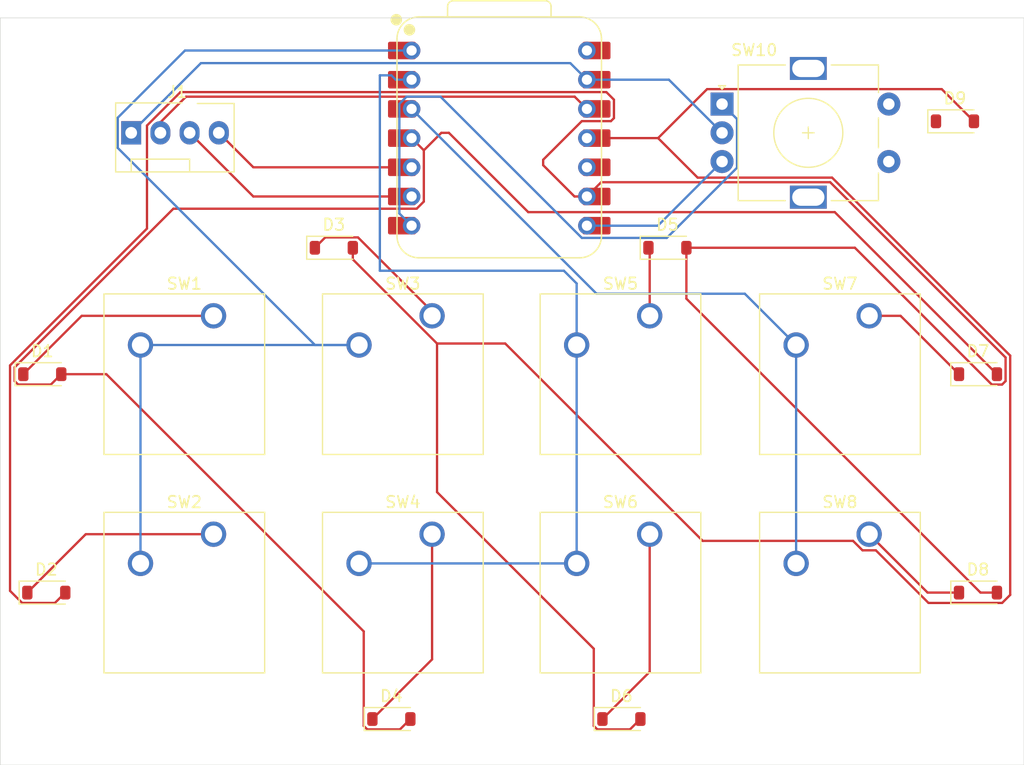
<source format=kicad_pcb>
(kicad_pcb (version 20241229) (generator "pcbnew") (generator_version "9.0")
  (layers (0 "F.Cu" signal) (2 "B.Cu" signal) (13 "F.Paste" user) (15 "B.Paste" user) (5 "F.SilkS" user "F.Silkscreen") (7 "B.SilkS" user "B.Silkscreen") (1 "F.Mask" user) (3 "B.Mask" user) (25 "Edge.Cuts" user))
  (net 0 "")
  (net 1 "/COL0")
  (net 2 "Net-(D1-K)")
  (net 3 "/COL1")
  (net 4 "Net-(D2-K)")
  (net 5 "Net-(D3-K)")
  (net 6 "/COL2")
  (net 7 "Net-(D4-K)")
  (net 8 "Net-(D5-K)")
  (net 9 "Net-(D6-K)")
  (net 10 "Net-(D7-K)")
  (net 11 "Net-(D8-K)")
  (net 12 "Net-(D9-K)")
  (net 13 "/SDA")
  (net 14 "+3.3V")
  (net 15 "/SCL")
  (net 16 "GND")
  (net 17 "/ROW0")
  (net 18 "/ROW1")
  (net 19 "/ROW2")
  (net 20 "/ENC_B")
  (net 22 "/ENC_A")
  (net 25 "+5V")
  (footprint "Button_Switch_Keyboard:SW_Cherry_MX_1.00u_PCB" (layer "F.Cu") (at 144.54 110.92)
    (property "Reference" "SW1" (at -2.54 -2.794 0) (layer "F.SilkS"))
    (property "Value" "SW_Push")
    (fp_line (start -9.525 -1.905) (end 4.445 -1.905) (stroke (width 0.12)) (layer "F.SilkS"))
    (fp_line (start -9.525 12.065) (end -9.525 -1.905) (stroke (width 0.12)) (layer "F.SilkS"))
    (fp_line (start 4.445 -1.905) (end 4.445 12.065) (stroke (width 0.12)) (layer "F.SilkS"))
    (fp_line (start 4.445 12.065) (end -9.525 12.065) (stroke (width 0.12)) (layer "F.SilkS"))
    (pad "" np_thru_hole circle (at -7.62 5.08) (size 1.7 1.7) (drill 1.7) (layers "*.Cu" "*.Mask"))
    (pad "" np_thru_hole circle (at -2.54 5.08) (size 4 4) (drill 4) (layers "*.Cu" "*.Mask"))
    (pad "" np_thru_hole circle (at 2.54 5.08) (size 1.7 1.7) (drill 1.7) (layers "*.Cu" "*.Mask"))
    (pad "1" thru_hole circle (at 0 0) (size 2.2 2.2) (drill 1.5) (layers "*.Cu" "*.Mask") (net 2 "Net-(D1-K)"))
    (pad "2" thru_hole circle (at -6.35 2.54) (size 2.2 2.2) (drill 1.5) (layers "*.Cu" "*.Mask") (net 17 "/ROW0"))
  )
  (footprint "Button_Switch_Keyboard:SW_Cherry_MX_1.00u_PCB" (layer "F.Cu") (at 144.54 129.92)
    (property "Reference" "SW2" (at -2.54 -2.794 0) (layer "F.SilkS"))
    (property "Value" "SW_Push")
    (fp_line (start -9.525 -1.905) (end 4.445 -1.905) (stroke (width 0.12)) (layer "F.SilkS"))
    (fp_line (start -9.525 12.065) (end -9.525 -1.905) (stroke (width 0.12)) (layer "F.SilkS"))
    (fp_line (start 4.445 -1.905) (end 4.445 12.065) (stroke (width 0.12)) (layer "F.SilkS"))
    (fp_line (start 4.445 12.065) (end -9.525 12.065) (stroke (width 0.12)) (layer "F.SilkS"))
    (pad "" np_thru_hole circle (at -7.62 5.08) (size 1.7 1.7) (drill 1.7) (layers "*.Cu" "*.Mask"))
    (pad "" np_thru_hole circle (at -2.54 5.08) (size 4 4) (drill 4) (layers "*.Cu" "*.Mask"))
    (pad "" np_thru_hole circle (at 2.54 5.08) (size 1.7 1.7) (drill 1.7) (layers "*.Cu" "*.Mask"))
    (pad "1" thru_hole circle (at 0 0) (size 2.2 2.2) (drill 1.5) (layers "*.Cu" "*.Mask") (net 4 "Net-(D2-K)"))
    (pad "2" thru_hole circle (at -6.35 2.54) (size 2.2 2.2) (drill 1.5) (layers "*.Cu" "*.Mask") (net 17 "/ROW0"))
  )
  (footprint "Button_Switch_Keyboard:SW_Cherry_MX_1.00u_PCB" (layer "F.Cu") (at 201.54 110.92)
    (property "Reference" "SW7" (at -2.54 -2.794 0) (layer "F.SilkS"))
    (property "Value" "SW_Push")
    (fp_line (start -9.525 -1.905) (end 4.445 -1.905) (stroke (width 0.12)) (layer "F.SilkS"))
    (fp_line (start -9.525 12.065) (end -9.525 -1.905) (stroke (width 0.12)) (layer "F.SilkS"))
    (fp_line (start 4.445 -1.905) (end 4.445 12.065) (stroke (width 0.12)) (layer "F.SilkS"))
    (fp_line (start 4.445 12.065) (end -9.525 12.065) (stroke (width 0.12)) (layer "F.SilkS"))
    (pad "" np_thru_hole circle (at -7.62 5.08) (size 1.7 1.7) (drill 1.7) (layers "*.Cu" "*.Mask"))
    (pad "" np_thru_hole circle (at -2.54 5.08) (size 4 4) (drill 4) (layers "*.Cu" "*.Mask"))
    (pad "" np_thru_hole circle (at 2.54 5.08) (size 1.7 1.7) (drill 1.7) (layers "*.Cu" "*.Mask"))
    (pad "1" thru_hole circle (at 0 0) (size 2.2 2.2) (drill 1.5) (layers "*.Cu" "*.Mask") (net 10 "Net-(D7-K)"))
    (pad "2" thru_hole circle (at -6.35 2.54) (size 2.2 2.2) (drill 1.5) (layers "*.Cu" "*.Mask") (net 19 "/ROW2"))
  )
  (footprint "Button_Switch_Keyboard:SW_Cherry_MX_1.00u_PCB" (layer "F.Cu") (at 163.54 129.92)
    (property "Reference" "SW4" (at -2.54 -2.794 0) (layer "F.SilkS"))
    (property "Value" "SW_Push")
    (fp_line (start -9.525 -1.905) (end 4.445 -1.905) (stroke (width 0.12)) (layer "F.SilkS"))
    (fp_line (start -9.525 12.065) (end -9.525 -1.905) (stroke (width 0.12)) (layer "F.SilkS"))
    (fp_line (start 4.445 -1.905) (end 4.445 12.065) (stroke (width 0.12)) (layer "F.SilkS"))
    (fp_line (start 4.445 12.065) (end -9.525 12.065) (stroke (width 0.12)) (layer "F.SilkS"))
    (pad "" np_thru_hole circle (at -7.62 5.08) (size 1.7 1.7) (drill 1.7) (layers "*.Cu" "*.Mask"))
    (pad "" np_thru_hole circle (at -2.54 5.08) (size 4 4) (drill 4) (layers "*.Cu" "*.Mask"))
    (pad "" np_thru_hole circle (at 2.54 5.08) (size 1.7 1.7) (drill 1.7) (layers "*.Cu" "*.Mask"))
    (pad "1" thru_hole circle (at 0 0) (size 2.2 2.2) (drill 1.5) (layers "*.Cu" "*.Mask") (net 7 "Net-(D4-K)"))
    (pad "2" thru_hole circle (at -6.35 2.54) (size 2.2 2.2) (drill 1.5) (layers "*.Cu" "*.Mask") (net 18 "/ROW1"))
  )
  (footprint "Diode_SMD:D_SOD-123" (layer "F.Cu") (at 209 94)
    (property "Reference" "D9" (at 0 -2 0) (layer "F.SilkS"))
    (property "Value" "D_Small")
    (fp_line (start -2.36 -1) (end -2.36 1) (stroke (width 0.12)) (layer "F.SilkS"))
    (fp_line (start -2.36 -1) (end 1.65 -1) (stroke (width 0.12)) (layer "F.SilkS"))
    (fp_line (start -2.36 1) (end 1.65 1) (stroke (width 0.12)) (layer "F.SilkS"))
    (pad "1" smd roundrect (at -1.65 0) (size 0.9 1.2) (layers "F.Cu" "F.Mask" "F.Paste") (net 12 "Net-(D9-K)"))
    (pad "2" smd roundrect (at 1.65 0) (size 0.9 1.2) (layers "F.Cu" "F.Mask" "F.Paste") (net 6 "/COL2"))
  )
  (footprint "Diode_SMD:D_SOD-123" (layer "F.Cu") (at 130 135)
    (property "Reference" "D2" (at 0 -2 0) (layer "F.SilkS"))
    (property "Value" "D_Small")
    (fp_line (start -2.36 -1) (end -2.36 1) (stroke (width 0.12)) (layer "F.SilkS"))
    (fp_line (start -2.36 -1) (end 1.65 -1) (stroke (width 0.12)) (layer "F.SilkS"))
    (fp_line (start -2.36 1) (end 1.65 1) (stroke (width 0.12)) (layer "F.SilkS"))
    (pad "1" smd roundrect (at -1.65 0) (size 0.9 1.2) (layers "F.Cu" "F.Mask" "F.Paste") (net 4 "Net-(D2-K)"))
    (pad "2" smd roundrect (at 1.65 0) (size 0.9 1.2) (layers "F.Cu" "F.Mask" "F.Paste") (net 3 "/COL1"))
  )
  (footprint "Button_Switch_Keyboard:SW_Cherry_MX_1.00u_PCB" (layer "F.Cu") (at 163.54 110.92)
    (property "Reference" "SW3" (at -2.54 -2.794 0) (layer "F.SilkS"))
    (property "Value" "SW_Push")
    (fp_line (start -9.525 -1.905) (end 4.445 -1.905) (stroke (width 0.12)) (layer "F.SilkS"))
    (fp_line (start -9.525 12.065) (end -9.525 -1.905) (stroke (width 0.12)) (layer "F.SilkS"))
    (fp_line (start 4.445 -1.905) (end 4.445 12.065) (stroke (width 0.12)) (layer "F.SilkS"))
    (fp_line (start 4.445 12.065) (end -9.525 12.065) (stroke (width 0.12)) (layer "F.SilkS"))
    (pad "" np_thru_hole circle (at -7.62 5.08) (size 1.7 1.7) (drill 1.7) (layers "*.Cu" "*.Mask"))
    (pad "" np_thru_hole circle (at -2.54 5.08) (size 4 4) (drill 4) (layers "*.Cu" "*.Mask"))
    (pad "" np_thru_hole circle (at 2.54 5.08) (size 1.7 1.7) (drill 1.7) (layers "*.Cu" "*.Mask"))
    (pad "1" thru_hole circle (at 0 0) (size 2.2 2.2) (drill 1.5) (layers "*.Cu" "*.Mask") (net 5 "Net-(D3-K)"))
    (pad "2" thru_hole circle (at -6.35 2.54) (size 2.2 2.2) (drill 1.5) (layers "*.Cu" "*.Mask") (net 17 "/ROW0"))
  )
  (footprint "Diode_SMD:D_SOD-123" (layer "F.Cu") (at 129.65 116)
    (property "Reference" "D1" (at 0 -2 0) (layer "F.SilkS"))
    (property "Value" "D_Small")
    (fp_line (start -2.36 -1) (end -2.36 1) (stroke (width 0.12)) (layer "F.SilkS"))
    (fp_line (start -2.36 -1) (end 1.65 -1) (stroke (width 0.12)) (layer "F.SilkS"))
    (fp_line (start -2.36 1) (end 1.65 1) (stroke (width 0.12)) (layer "F.SilkS"))
    (pad "1" smd roundrect (at -1.65 0) (size 0.9 1.2) (layers "F.Cu" "F.Mask" "F.Paste") (net 2 "Net-(D1-K)"))
    (pad "2" smd roundrect (at 1.65 0) (size 0.9 1.2) (layers "F.Cu" "F.Mask" "F.Paste") (net 1 "/COL0"))
  )
  (footprint "Diode_SMD:D_SOD-123" (layer "F.Cu") (at 180 146)
    (property "Reference" "D6" (at 0 -2 0) (layer "F.SilkS"))
    (property "Value" "D_Small")
    (fp_line (start -2.36 -1) (end -2.36 1) (stroke (width 0.12)) (layer "F.SilkS"))
    (fp_line (start -2.36 -1) (end 1.65 -1) (stroke (width 0.12)) (layer "F.SilkS"))
    (fp_line (start -2.36 1) (end 1.65 1) (stroke (width 0.12)) (layer "F.SilkS"))
    (pad "1" smd roundrect (at -1.65 0) (size 0.9 1.2) (layers "F.Cu" "F.Mask" "F.Paste") (net 9 "Net-(D6-K)"))
    (pad "2" smd roundrect (at 1.65 0) (size 0.9 1.2) (layers "F.Cu" "F.Mask" "F.Paste") (net 6 "/COL2"))
  )
  (footprint "Diode_SMD:D_SOD-123" (layer "F.Cu") (at 160 146)
    (property "Reference" "D4" (at 0 -2 0) (layer "F.SilkS"))
    (property "Value" "D_Small")
    (fp_line (start -2.36 -1) (end -2.36 1) (stroke (width 0.12)) (layer "F.SilkS"))
    (fp_line (start -2.36 -1) (end 1.65 -1) (stroke (width 0.12)) (layer "F.SilkS"))
    (fp_line (start -2.36 1) (end 1.65 1) (stroke (width 0.12)) (layer "F.SilkS"))
    (pad "1" smd roundrect (at -1.65 0) (size 0.9 1.2) (layers "F.Cu" "F.Mask" "F.Paste") (net 7 "Net-(D4-K)"))
    (pad "2" smd roundrect (at 1.65 0) (size 0.9 1.2) (layers "F.Cu" "F.Mask" "F.Paste") (net 1 "/COL0"))
  )
  (footprint "Diode_SMD:D_SOD-123" (layer "F.Cu") (at 184 105)
    (property "Reference" "D5" (at 0 -2 0) (layer "F.SilkS"))
    (property "Value" "D_Small")
    (fp_line (start -2.36 -1) (end -2.36 1) (stroke (width 0.12)) (layer "F.SilkS"))
    (fp_line (start -2.36 -1) (end 1.65 -1) (stroke (width 0.12)) (layer "F.SilkS"))
    (fp_line (start -2.36 1) (end 1.65 1) (stroke (width 0.12)) (layer "F.SilkS"))
    (pad "1" smd roundrect (at -1.65 0) (size 0.9 1.2) (layers "F.Cu" "F.Mask" "F.Paste") (net 8 "Net-(D5-K)"))
    (pad "2" smd roundrect (at 1.65 0) (size 0.9 1.2) (layers "F.Cu" "F.Mask" "F.Paste") (net 3 "/COL1"))
  )
  (footprint "Diode_SMD:D_SOD-123" (layer "F.Cu") (at 211 135)
    (property "Reference" "D8" (at 0 -2 0) (layer "F.SilkS"))
    (property "Value" "D_Small")
    (fp_line (start -2.36 -1) (end -2.36 1) (stroke (width 0.12)) (layer "F.SilkS"))
    (fp_line (start -2.36 -1) (end 1.65 -1) (stroke (width 0.12)) (layer "F.SilkS"))
    (fp_line (start -2.36 1) (end 1.65 1) (stroke (width 0.12)) (layer "F.SilkS"))
    (pad "1" smd roundrect (at -1.65 0) (size 0.9 1.2) (layers "F.Cu" "F.Mask" "F.Paste") (net 11 "Net-(D8-K)"))
    (pad "2" smd roundrect (at 1.65 0) (size 0.9 1.2) (layers "F.Cu" "F.Mask" "F.Paste") (net 3 "/COL1"))
  )
  (footprint "Connector:FanPinHeader_1x04_P2.54mm_Vertical" (layer "F.Cu") (at 137.38 95)
    (property "Reference" "J1" (at 4 -3.55 0) (layer "F.SilkS"))
    (property "Value" "Conn_01x04")
    (fp_line (start -1.35 -2.6) (end 4.4 -2.6) (stroke (width 0.12)) (layer "F.SilkS"))
    (fp_line (start -1.35 3.4) (end -1.35 -2.6) (stroke (width 0.12)) (layer "F.SilkS"))
    (fp_line (start 0 2.29) (end 5.08 2.29) (stroke (width 0.12)) (layer "F.SilkS"))
    (fp_line (start 0 3.3) (end 0 2.29) (stroke (width 0.12)) (layer "F.SilkS"))
    (fp_line (start 5.08 2.29) (end 5.08 3.3) (stroke (width 0.12)) (layer "F.SilkS"))
    (fp_line (start 5.75 -2.55) (end 8.95 -2.55) (stroke (width 0.12)) (layer "F.SilkS"))
    (fp_line (start 8.95 -2.55) (end 8.95 3.4) (stroke (width 0.12)) (layer "F.SilkS"))
    (fp_line (start 8.95 3.4) (end -1.35 3.4) (stroke (width 0.12)) (layer "F.SilkS"))
    (pad "" np_thru_hole circle (at 5.08 -2.16 90) (size 1.1 1.1) (drill 1.1) (layers "*.Cu" "*.Mask"))
    (pad "1" thru_hole rect (at 0 0 90) (size 2.03 1.73) (drill 1.02) (layers "*.Cu" "*.Mask") (net 16 "GND"))
    (pad "2" thru_hole oval (at 2.54 0 90) (size 2.03 1.73) (drill 1.02) (layers "*.Cu" "*.Mask") (net 14 "+3.3V"))
    (pad "3" thru_hole oval (at 5.08 0 90) (size 2.03 1.73) (drill 1.02) (layers "*.Cu" "*.Mask") (net 15 "/SCL"))
    (pad "4" thru_hole oval (at 7.62 0 90) (size 2.03 1.73) (drill 1.02) (layers "*.Cu" "*.Mask") (net 13 "/SDA"))
  )
  (footprint "Button_Switch_Keyboard:SW_Cherry_MX_1.00u_PCB" (layer "F.Cu") (at 182.46 110.92)
    (property "Reference" "SW5" (at -2.54 -2.794 0) (layer "F.SilkS"))
    (property "Value" "SW_Push")
    (fp_line (start -9.525 -1.905) (end 4.445 -1.905) (stroke (width 0.12)) (layer "F.SilkS"))
    (fp_line (start -9.525 12.065) (end -9.525 -1.905) (stroke (width 0.12)) (layer "F.SilkS"))
    (fp_line (start 4.445 -1.905) (end 4.445 12.065) (stroke (width 0.12)) (layer "F.SilkS"))
    (fp_line (start 4.445 12.065) (end -9.525 12.065) (stroke (width 0.12)) (layer "F.SilkS"))
    (pad "" np_thru_hole circle (at -7.62 5.08) (size 1.7 1.7) (drill 1.7) (layers "*.Cu" "*.Mask"))
    (pad "" np_thru_hole circle (at -2.54 5.08) (size 4 4) (drill 4) (layers "*.Cu" "*.Mask"))
    (pad "" np_thru_hole circle (at 2.54 5.08) (size 1.7 1.7) (drill 1.7) (layers "*.Cu" "*.Mask"))
    (pad "1" thru_hole circle (at 0 0) (size 2.2 2.2) (drill 1.5) (layers "*.Cu" "*.Mask") (net 8 "Net-(D5-K)"))
    (pad "2" thru_hole circle (at -6.35 2.54) (size 2.2 2.2) (drill 1.5) (layers "*.Cu" "*.Mask") (net 18 "/ROW1"))
  )
  (footprint "Seeed Studio XIAO Series Library:XIAO-RP2040-DIP" (layer "F.Cu") (at 169.38 95.46)
    (property "Reference" "U1" (hide yes))
    (property "Value" "XIAO-RP2040-DIP")
    (fp_line (start -8.89 8.509) (end -8.89 -8.636) (stroke (width 0.127)) (layer "F.SilkS"))
    (fp_line (start -6.985 10.414) (end 6.985 10.414) (stroke (width 0.127)) (layer "F.SilkS"))
    (fp_line (start -4.495 -10.541) (end -4.491272 -11.451272) (stroke (width 0.127)) (layer "F.SilkS"))
    (fp_line (start -3.991272 -11.951) (end 4.004 -11.951) (stroke (width 0.127)) (layer "F.SilkS"))
    (fp_line (start 4.504 -11.451) (end 4.504 -10.541) (stroke (width 0.127)) (layer "F.SilkS"))
    (fp_line (start 6.985 -10.541) (end -6.985 -10.541) (stroke (width 0.1)) (layer "F.SilkS"))
    (fp_line (start 6.985 -10.541) (end -6.985 -10.541) (stroke (width 0.127)) (layer "F.SilkS"))
    (fp_line (start 8.89 8.509) (end 8.89 -8.636) (stroke (width 0.127)) (layer "F.SilkS"))
    (fp_arc (start -8.89 -8.636) (mid -8.332038 -9.983038) (end -6.985 -10.541) (stroke (width 0.127)) (layer "F.SilkS"))
    (fp_arc (start -6.985 10.414) (mid -8.332038 9.856038) (end -8.89 8.509) (stroke (width 0.127)) (layer "F.SilkS"))
    (fp_arc (start -4.491272 -11.451272) (mid -4.344728 -11.80464) (end -3.991272 -11.951) (stroke (width 0.127)) (layer "F.SilkS"))
    (fp_arc (start 4.004 -11.951) (mid 4.357553 -11.804553) (end 4.504 -11.451) (stroke (width 0.127)) (layer "F.SilkS"))
    (fp_arc (start 6.985 -10.541) (mid 8.332038 -9.983038) (end 8.89 -8.636) (stroke (width 0.127)) (layer "F.SilkS"))
    (fp_arc (start 8.89 8.509) (mid 8.332038 9.856038) (end 6.985 10.414) (stroke (width 0.127)) (layer "F.SilkS"))
    (fp_circle (center -8.95 -10.3) (end -8.95 -10.554) (stroke (width 0.5)) (fill yes) (layer "F.SilkS"))
    (fp_circle (center -7.807 -9.42) (end -7.807 -9.674) (stroke (width 0.5)) (fill yes) (layer "F.SilkS"))
    (pad "1" smd roundrect (at -8.455 -7.62 180) (size 2.432 1.524) (layers "F.Cu" "F.Mask") (roundrect_rratio 0.1) (net 17 "/ROW0"))
    (pad "1" thru_hole circle (at -7.62 -7.62 180) (size 1.524 1.524) (drill 0.889) (layers "*.Cu" "*.Mask") (net 17 "/ROW0"))
    (pad "2" smd roundrect (at -8.455 -5.08 180) (size 2.432 1.524) (layers "F.Cu" "F.Mask") (roundrect_rratio 0.1) (net 18 "/ROW1"))
    (pad "2" thru_hole circle (at -7.62 -5.08 180) (size 1.524 1.524) (drill 0.889) (layers "*.Cu" "*.Mask") (net 18 "/ROW1"))
    (pad "3" smd roundrect (at -8.455 -2.54 180) (size 2.432 1.524) (layers "F.Cu" "F.Mask") (roundrect_rratio 0.1) (net 19 "/ROW2"))
    (pad "3" thru_hole circle (at -7.62 -2.54 180) (size 1.524 1.524) (drill 0.889) (layers "*.Cu" "*.Mask") (net 19 "/ROW2"))
    (pad "4" smd roundrect (at -8.455 0 180) (size 2.432 1.524) (layers "F.Cu" "F.Mask") (roundrect_rratio 0.1) (net 1 "/COL0"))
    (pad "4" thru_hole circle (at -7.62 0 180) (size 1.524 1.524) (drill 0.889) (layers "*.Cu" "*.Mask") (net 1 "/COL0"))
    (pad "5" smd roundrect (at -8.455 2.54 180) (size 2.432 1.524) (layers "F.Cu" "F.Mask") (roundrect_rratio 0.1) (net 13 "/SDA"))
    (pad "5" thru_hole circle (at -7.62 2.54 180) (size 1.524 1.524) (drill 0.889) (layers "*.Cu" "*.Mask") (net 13 "/SDA"))
    (pad "6" smd roundrect (at -8.455 5.08 180) (size 2.432 1.524) (layers "F.Cu" "F.Mask") (roundrect_rratio 0.1) (net 15 "/SCL"))
    (pad "6" thru_hole circle (at -7.62 5.08 180) (size 1.524 1.524) (drill 0.889) (layers "*.Cu" "*.Mask") (net 15 "/SCL"))
    (pad "7" smd roundrect (at -8.455 7.62 180) (size 2.432 1.524) (layers "F.Cu" "F.Mask") (roundrect_rratio 0.1) (net 22 "/ENC_A"))
    (pad "7" thru_hole circle (at -7.62 7.62 180) (size 1.524 1.524) (drill 0.889) (layers "*.Cu" "*.Mask") (net 22 "/ENC_A"))
    (pad "8" thru_hole circle (at 7.62 7.62) (size 1.524 1.524) (drill 0.889) (layers "*.Cu" "*.Mask") (net 20 "/ENC_B"))
    (pad "8" smd roundrect (at 8.455 7.62) (size 2.432 1.524) (layers "F.Cu" "F.Mask") (roundrect_rratio 0.1) (net 20 "/ENC_B"))
    (pad "9" thru_hole circle (at 7.62 5.08) (size 1.524 1.524) (drill 0.889) (layers "*.Cu" "*.Mask") (net 3 "/COL1"))
    (pad "9" smd roundrect (at 8.455 5.08) (size 2.432 1.524) (layers "F.Cu" "F.Mask") (roundrect_rratio 0.1) (net 3 "/COL1"))
    (pad "10" thru_hole circle (at 7.62 2.54) (size 1.524 1.524) (drill 0.889) (layers "*.Cu" "*.Mask"))
    (pad "10" smd roundrect (at 8.455 2.54) (size 2.432 1.524) (layers "F.Cu" "F.Mask") (roundrect_rratio 0.1))
    (pad "11" thru_hole circle (at 7.62 0) (size 1.524 1.524) (drill 0.889) (layers "*.Cu" "*.Mask") (net 6 "/COL2"))
    (pad "11" smd roundrect (at 8.455 0) (size 2.432 1.524) (layers "F.Cu" "F.Mask") (roundrect_rratio 0.1) (net 6 "/COL2"))
    (pad "12" thru_hole circle (at 7.62 -2.54) (size 1.524 1.524) (drill 0.889) (layers "*.Cu" "*.Mask") (net 14 "+3.3V"))
    (pad "12" smd roundrect (at 8.455 -2.54) (size 2.432 1.524) (layers "F.Cu" "F.Mask") (roundrect_rratio 0.1) (net 14 "+3.3V"))
    (pad "13" thru_hole circle (at 7.62 -5.08) (size 1.524 1.524) (drill 0.889) (layers "*.Cu" "*.Mask") (net 16 "GND"))
    (pad "13" smd roundrect (at 8.455 -5.08) (size 2.432 1.524) (layers "F.Cu" "F.Mask") (roundrect_rratio 0.1) (net 16 "GND"))
    (pad "14" thru_hole circle (at 7.62 -7.62) (size 1.524 1.524) (drill 0.889) (layers "*.Cu" "*.Mask") (net 25 "+5V"))
    (pad "14" smd roundrect (at 8.455 -7.62) (size 2.432 1.524) (layers "F.Cu" "F.Mask") (roundrect_rratio 0.1) (net 25 "+5V"))
  )
  (footprint "Button_Switch_Keyboard:SW_Cherry_MX_1.00u_PCB" (layer "F.Cu") (at 201.54 129.92)
    (property "Reference" "SW8" (at -2.54 -2.794 0) (layer "F.SilkS"))
    (property "Value" "SW_Push")
    (fp_line (start -9.525 -1.905) (end 4.445 -1.905) (stroke (width 0.12)) (layer "F.SilkS"))
    (fp_line (start -9.525 12.065) (end -9.525 -1.905) (stroke (width 0.12)) (layer "F.SilkS"))
    (fp_line (start 4.445 -1.905) (end 4.445 12.065) (stroke (width 0.12)) (layer "F.SilkS"))
    (fp_line (start 4.445 12.065) (end -9.525 12.065) (stroke (width 0.12)) (layer "F.SilkS"))
    (pad "" np_thru_hole circle (at -7.62 5.08) (size 1.7 1.7) (drill 1.7) (layers "*.Cu" "*.Mask"))
    (pad "" np_thru_hole circle (at -2.54 5.08) (size 4 4) (drill 4) (layers "*.Cu" "*.Mask"))
    (pad "" np_thru_hole circle (at 2.54 5.08) (size 1.7 1.7) (drill 1.7) (layers "*.Cu" "*.Mask"))
    (pad "1" thru_hole circle (at 0 0) (size 2.2 2.2) (drill 1.5) (layers "*.Cu" "*.Mask") (net 11 "Net-(D8-K)"))
    (pad "2" thru_hole circle (at -6.35 2.54) (size 2.2 2.2) (drill 1.5) (layers "*.Cu" "*.Mask") (net 19 "/ROW2"))
  )
  (footprint "Button_Switch_Keyboard:SW_Cherry_MX_1.00u_PCB" (layer "F.Cu") (at 182.46 129.92)
    (property "Reference" "SW6" (at -2.54 -2.794 0) (layer "F.SilkS"))
    (property "Value" "SW_Push")
    (fp_line (start -9.525 -1.905) (end 4.445 -1.905) (stroke (width 0.12)) (layer "F.SilkS"))
    (fp_line (start -9.525 12.065) (end -9.525 -1.905) (stroke (width 0.12)) (layer "F.SilkS"))
    (fp_line (start 4.445 -1.905) (end 4.445 12.065) (stroke (width 0.12)) (layer "F.SilkS"))
    (fp_line (start 4.445 12.065) (end -9.525 12.065) (stroke (width 0.12)) (layer "F.SilkS"))
    (pad "" np_thru_hole circle (at -7.62 5.08) (size 1.7 1.7) (drill 1.7) (layers "*.Cu" "*.Mask"))
    (pad "" np_thru_hole circle (at -2.54 5.08) (size 4 4) (drill 4) (layers "*.Cu" "*.Mask"))
    (pad "" np_thru_hole circle (at 2.54 5.08) (size 1.7 1.7) (drill 1.7) (layers "*.Cu" "*.Mask"))
    (pad "1" thru_hole circle (at 0 0) (size 2.2 2.2) (drill 1.5) (layers "*.Cu" "*.Mask") (net 9 "Net-(D6-K)"))
    (pad "2" thru_hole circle (at -6.35 2.54) (size 2.2 2.2) (drill 1.5) (layers "*.Cu" "*.Mask") (net 18 "/ROW1"))
  )
  (footprint "Diode_SMD:D_SOD-123" (layer "F.Cu") (at 211 116)
    (property "Reference" "D7" (at 0 -2 0) (layer "F.SilkS"))
    (property "Value" "D_Small")
    (fp_line (start -2.36 -1) (end -2.36 1) (stroke (width 0.12)) (layer "F.SilkS"))
    (fp_line (start -2.36 -1) (end 1.65 -1) (stroke (width 0.12)) (layer "F.SilkS"))
    (fp_line (start -2.36 1) (end 1.65 1) (stroke (width 0.12)) (layer "F.SilkS"))
    (pad "1" smd roundrect (at -1.65 0) (size 0.9 1.2) (layers "F.Cu" "F.Mask" "F.Paste") (net 10 "Net-(D7-K)"))
    (pad "2" smd roundrect (at 1.65 0) (size 0.9 1.2) (layers "F.Cu" "F.Mask" "F.Paste") (net 1 "/COL0"))
  )
  (footprint "Rotary_Encoder:RotaryEncoder_Alps_EC11E-Switch_Vertical_H20mm" (layer "F.Cu") (at 188.75 92.5)
    (property "Reference" "SW10" (at 2.8 -4.7 0) (layer "F.SilkS"))
    (property "Value" "RotaryEncoder_Switch")
    (fp_line (start -0.3 -1.6) (end 0.3 -1.6) (stroke (width 0.12)) (layer "F.SilkS"))
    (fp_line (start 0 -1.3) (end -0.3 -1.6) (stroke (width 0.12)) (layer "F.SilkS"))
    (fp_line (start 0.3 -1.6) (end 0 -1.3) (stroke (width 0.12)) (layer "F.SilkS"))
    (fp_line (start 1.4 -3.4) (end 1.4 8.4) (stroke (width 0.12)) (layer "F.SilkS"))
    (fp_line (start 5.5 -3.4) (end 1.4 -3.4) (stroke (width 0.12)) (layer "F.SilkS"))
    (fp_line (start 5.5 8.4) (end 1.4 8.4) (stroke (width 0.12)) (layer "F.SilkS"))
    (fp_line (start 7 2.5) (end 8 2.5) (stroke (width 0.12)) (layer "F.SilkS"))
    (fp_line (start 7.5 2) (end 7.5 3) (stroke (width 0.12)) (layer "F.SilkS"))
    (fp_line (start 9.5 -3.4) (end 13.6 -3.4) (stroke (width 0.12)) (layer "F.SilkS"))
    (fp_line (start 13.6 -3.4) (end 13.6 -1) (stroke (width 0.12)) (layer "F.SilkS"))
    (fp_line (start 13.6 1.2) (end 13.6 3.8) (stroke (width 0.12)) (layer "F.SilkS"))
    (fp_line (start 13.6 6) (end 13.6 8.4) (stroke (width 0.12)) (layer "F.SilkS"))
    (fp_line (start 13.6 8.4) (end 9.5 8.4) (stroke (width 0.12)) (layer "F.SilkS"))
    (fp_circle (center 7.5 2.5) (end 10.5 2.5) (stroke (width 0.12)) (fill no) (layer "F.SilkS"))
    (pad "A" thru_hole rect (at 0 0) (size 2 2) (drill 1) (layers "*.Cu" "*.Mask") (net 22 "/ENC_A"))
    (pad "B" thru_hole circle (at 0 5) (size 2 2) (drill 1) (layers "*.Cu" "*.Mask") (net 20 "/ENC_B"))
    (pad "C" thru_hole circle (at 0 2.5) (size 2 2) (drill 1) (layers "*.Cu" "*.Mask") (net 16 "GND"))
    (pad "MP" thru_hole rect (at 7.5 -3.1) (size 3.2 2) (drill oval 2.8 1.5) (layers "*.Cu" "*.Mask"))
    (pad "MP" thru_hole rect (at 7.5 8.1) (size 3.2 2) (drill oval 2.8 1.5) (layers "*.Cu" "*.Mask"))
    (pad "S1" thru_hole circle (at 14.5 5) (size 2 2) (drill 1) (layers "*.Cu" "*.Mask"))
    (pad "S2" thru_hole circle (at 14.5 0) (size 2 2) (drill 1) (layers "*.Cu" "*.Mask"))
  )
  (footprint "Diode_SMD:D_SOD-123" (layer "F.Cu") (at 155 105)
    (property "Reference" "D3" (at 0 -2 0) (layer "F.SilkS"))
    (property "Value" "D_Small")
    (fp_line (start -2.36 -1) (end -2.36 1) (stroke (width 0.12)) (layer "F.SilkS"))
    (fp_line (start -2.36 -1) (end 1.65 -1) (stroke (width 0.12)) (layer "F.SilkS"))
    (fp_line (start -2.36 1) (end 1.65 1) (stroke (width 0.12)) (layer "F.SilkS"))
    (pad "1" smd roundrect (at -1.65 0) (size 0.9 1.2) (layers "F.Cu" "F.Mask" "F.Paste") (net 5 "Net-(D3-K)"))
    (pad "2" smd roundrect (at 1.65 0) (size 0.9 1.2) (layers "F.Cu" "F.Mask" "F.Paste") (net 6 "/COL2"))
  )
  (gr_rect (start 126 85) (end 215 150) (stroke (width 0.05)) (fill no) (layer "Edge.Cuts"))
  (segment (start 162.823 96.523) (end 161.76 95.46) (width 0.2) (layer "F.Cu") (net 1))
  (segment (start 157.599 146.59911) (end 157.90089 146.901) (width 0.2) (layer "F.Cu") (net 1))
  (segment (start 165 95) (end 164.346 95) (width 0.2) (layer "F.Cu") (net 1))
  (segment (start 127.55089 116.901) (end 127.249 116.59911) (width 0.2) (layer "F.Cu") (net 1))
  (segment (start 135.22153 116) (end 157.599 138.37747) (width 0.2) (layer "F.Cu") (net 1))
  (segment (start 212.65 116) (end 198.551 101.901) (width 0.2) (layer "F.Cu") (net 1))
  (segment (start 198.551 101.901) (end 171.901 101.901) (width 0.2) (layer "F.Cu") (net 1))
  (segment (start 157.599 138.37747) (end 157.599 146.59911) (width 0.2) (layer "F.Cu") (net 1))
  (segment (start 157.90089 146.901) (end 160.749 146.901) (width 0.2) (layer "F.Cu") (net 1))
  (segment (start 131.3 116) (end 135.22153 116) (width 0.2) (layer "F.Cu") (net 1))
  (segment (start 130.399 116.901) (end 127.55089 116.901) (width 0.2) (layer "F.Cu") (net 1))
  (segment (start 171.901 101.901) (end 165 95) (width 0.2) (layer "F.Cu") (net 1))
  (segment (start 160.749 146.901) (end 161.65 146) (width 0.2) (layer "F.Cu") (net 1))
  (segment (start 141.04689 101.603) (end 162.20031 101.603) (width 0.2) (layer "F.Cu") (net 1))
  (segment (start 127.249 116.59911) (end 127.249 115.40089) (width 0.2) (layer "F.Cu") (net 1))
  (segment (start 162.20031 101.603) (end 162.823 100.98031) (width 0.2) (layer "F.Cu") (net 1))
  (segment (start 162.823 100.98031) (end 162.823 96.523) (width 0.2) (layer "F.Cu") (net 1))
  (segment (start 164.346 95) (end 162.823 96.523) (width 0.2) (layer "F.Cu") (net 1))
  (segment (start 131.3 116) (end 130.399 116.901) (width 0.2) (layer "F.Cu") (net 1))
  (segment (start 127.249 115.40089) (end 141.04689 101.603) (width 0.2) (layer "F.Cu") (net 1))
  (segment (start 128 116) (end 133.08 110.92) (width 0.2) (layer "F.Cu") (net 2))
  (segment (start 133.08 110.92) (end 144.54 110.92) (width 0.2) (layer "F.Cu") (net 2))
  (segment (start 127.90089 135.901) (end 126.848 134.84811) (width 0.2) (layer "F.Cu") (net 3))
  (segment (start 176.55969 93.983) (end 173.19714 97.34555) (width 0.2) (layer "F.Cu") (net 3))
  (segment (start 138.754 94.367027) (end 141.665027 91.456) (width 0.2) (layer "F.Cu") (net 3))
  (segment (start 213.401 116.59911) (end 213.401 114.549) (width 0.2) (layer "F.Cu") (net 3))
  (segment (start 130.749 135.901) (end 127.90089 135.901) (width 0.2) (layer "F.Cu") (net 3))
  (segment (start 211.22153 135) (end 185.65 109.42847) (width 0.2) (layer "F.Cu") (net 3))
  (segment (start 213.401 114.549) (end 198.151 99.299) (width 0.2) (layer "F.Cu") (net 3))
  (segment (start 198.151 99.299) (end 178.241 99.299) (width 0.2) (layer "F.Cu") (net 3))
  (segment (start 126.848 134.84811) (end 126.848 115.23479) (width 0.2) (layer "F.Cu") (net 3))
  (segment (start 179.352 93.721626) (end 179.090626 93.983) (width 0.2) (layer "F.Cu") (net 3))
  (segment (start 200.29989 105) (end 212.20089 116.901) (width 0.2) (layer "F.Cu") (net 3))
  (segment (start 212.65 135) (end 211.22153 135) (width 0.2) (layer "F.Cu") (net 3))
  (segment (start 173.19714 97.34555) (end 173.19714 97.81477) (width 0.2) (layer "F.Cu") (net 3))
  (segment (start 178.689626 91.456) (end 179.352 92.118374) (width 0.2) (layer "F.Cu") (net 3))
  (segment (start 131.65 135) (end 130.749 135.901) (width 0.2) (layer "F.Cu") (net 3))
  (segment (start 179.090626 93.983) (end 176.55969 93.983) (width 0.2) (layer "F.Cu") (net 3))
  (segment (start 212.20089 116.901) (end 213.09911 116.901) (width 0.2) (layer "F.Cu") (net 3))
  (segment (start 138.754 103.32879) (end 138.754 94.367027) (width 0.2) (layer "F.Cu") (net 3))
  (segment (start 141.665027 91.456) (end 178.689626 91.456) (width 0.2) (layer "F.Cu") (net 3))
  (segment (start 185.65 105) (end 200.29989 105) (width 0.2) (layer "F.Cu") (net 3))
  (segment (start 178.241 99.299) (end 177 100.54) (width 0.2) (layer "F.Cu") (net 3))
  (segment (start 185.65 109.42847) (end 185.65 105) (width 0.2) (layer "F.Cu") (net 3))
  (segment (start 175.92237 100.54) (end 177 100.54) (width 0.2) (layer "F.Cu") (net 3))
  (segment (start 173.19714 97.81477) (end 175.92237 100.54) (width 0.2) (layer "F.Cu") (net 3))
  (segment (start 213.09911 116.901) (end 213.401 116.59911) (width 0.2) (layer "F.Cu") (net 3))
  (segment (start 126.848 115.23479) (end 138.754 103.32879) (width 0.2) (layer "F.Cu") (net 3))
  (segment (start 179.352 92.118374) (end 179.352 93.721626) (width 0.2) (layer "F.Cu") (net 3))
  (segment (start 133.43 129.92) (end 144.54 129.92) (width 0.2) (layer "F.Cu") (net 4))
  (segment (start 128.35 135) (end 133.43 129.92) (width 0.2) (layer "F.Cu") (net 4))
  (segment (start 154.251 104.099) (end 157.09911 104.099) (width 0.2) (layer "F.Cu") (net 5))
  (segment (start 163.54 110.53989) (end 163.54 110.92) (width 0.2) (layer "F.Cu") (net 5))
  (segment (start 157.09911 104.099) (end 163.54 110.53989) (width 0.2) (layer "F.Cu") (net 5))
  (segment (start 153.35 105) (end 154.251 104.099) (width 0.2) (layer "F.Cu") (net 5))
  (segment (start 169.901312 113.332314) (end 187.069312 130.500314) (width 0.2) (layer "F.Cu") (net 6))
  (segment (start 213.802 114.3829) (end 198.3171 98.898) (width 0.2) (layer "F.Cu") (net 6))
  (segment (start 210.65 94) (end 207.849 91.199) (width 0.2) (layer "F.Cu") (net 6))
  (segment (start 163.971 113.332314) (end 169.901312 113.332314) (width 0.2) (layer "F.Cu") (net 6))
  (segment (start 177.599 146.59911) (end 177.599 139.8839) (width 0.2) (layer "F.Cu") (net 6))
  (segment (start 181.65 146) (end 180.749 146.901) (width 0.2) (layer "F.Cu") (net 6))
  (segment (start 206.700314 135.901) (end 213.09911 135.901) (width 0.2) (layer "F.Cu") (net 6))
  (segment (start 186.626 98.898) (end 183.188 95.46) (width 0.2) (layer "F.Cu") (net 6))
  (segment (start 163.971 126.2559) (end 163.971 113.332314) (width 0.2) (layer "F.Cu") (net 6))
  (segment (start 202.120314 131.321) (end 206.700314 135.901) (width 0.2) (layer "F.Cu") (net 6))
  (segment (start 207.849 91.199) (end 187.449 91.199) (width 0.2) (layer "F.Cu") (net 6))
  (segment (start 200.139 130.500314) (end 200.959686 131.321) (width 0.2) (layer "F.Cu") (net 6))
  (segment (start 183.188 95.46) (end 177 95.46) (width 0.2) (layer "F.Cu") (net 6))
  (segment (start 177.599 139.8839) (end 163.971 126.2559) (width 0.2) (layer "F.Cu") (net 6))
  (segment (start 163.971 113.332314) (end 156.65 106.011314) (width 0.2) (layer "F.Cu") (net 6))
  (segment (start 187.069312 130.500314) (end 200.139 130.500314) (width 0.2) (layer "F.Cu") (net 6))
  (segment (start 156.65 106.011314) (end 156.65 105) (width 0.2) (layer "F.Cu") (net 6))
  (segment (start 200.959686 131.321) (end 202.120314 131.321) (width 0.2) (layer "F.Cu") (net 6))
  (segment (start 213.09911 135.901) (end 213.802 135.19811) (width 0.2) (layer "F.Cu") (net 6))
  (segment (start 177.90089 146.901) (end 177.599 146.59911) (width 0.2) (layer "F.Cu") (net 6))
  (segment (start 198.3171 98.898) (end 186.626 98.898) (width 0.2) (layer "F.Cu") (net 6))
  (segment (start 213.802 135.19811) (end 213.802 114.3829) (width 0.2) (layer "F.Cu") (net 6))
  (segment (start 187.449 91.199) (end 183.188 95.46) (width 0.2) (layer "F.Cu") (net 6))
  (segment (start 180.749 146.901) (end 177.90089 146.901) (width 0.2) (layer "F.Cu") (net 6))
  (segment (start 158.35 146) (end 163.54 140.81) (width 0.2) (layer "F.Cu") (net 7))
  (segment (start 163.54 140.81) (end 163.54 129.92) (width 0.2) (layer "F.Cu") (net 7))
  (segment (start 182.46 110.92) (end 182.46 105.11) (width 0.2) (layer "F.Cu") (net 8))
  (segment (start 182.46 105.11) (end 182.35 105) (width 0.2) (layer "F.Cu") (net 8))
  (segment (start 182.46 110.92) (end 182 110.46) (width 0.2) (layer "B.Cu") (net 8))
  (segment (start 178.35 146) (end 182.46 141.89) (width 0.2) (layer "F.Cu") (net 9))
  (segment (start 182.46 141.89) (end 182.46 129.92) (width 0.2) (layer "F.Cu") (net 9))
  (segment (start 201.54 110.92) (end 204.27 110.92) (width 0.2) (layer "F.Cu") (net 10))
  (segment (start 204.27 110.92) (end 209.35 116) (width 0.2) (layer "F.Cu") (net 10))
  (segment (start 201.54 129.92) (end 206.62 135) (width 0.2) (layer "F.Cu") (net 11))
  (segment (start 206.62 135) (end 209.35 135) (width 0.2) (layer "F.Cu") (net 11))
  (segment (start 148 98) (end 161.76 98) (width 0.2) (layer "F.Cu") (net 13))
  (segment (start 145 95) (end 148 98) (width 0.2) (layer "F.Cu") (net 13))
  (segment (start 142.148 91.857) (end 175.937 91.857) (width 0.2) (layer "F.Cu") (net 14))
  (segment (start 139.92 94.085) (end 142.148 91.857) (width 0.2) (layer "F.Cu") (net 14))
  (segment (start 139.92 95) (end 139.92 94.085) (width 0.2) (layer "F.Cu") (net 14))
  (segment (start 175.937 91.857) (end 177 92.92) (width 0.2) (layer "F.Cu") (net 14))
  (segment (start 148 100.54) (end 161.76 100.54) (width 0.2) (layer "F.Cu") (net 15))
  (segment (start 142.46 95) (end 148 100.54) (width 0.2) (layer "F.Cu") (net 15))
  (segment (start 184.13 90.38) (end 177 90.38) (width 0.2) (layer "B.Cu") (net 16))
  (segment (start 175.557 88.937) (end 177 90.38) (width 0.2) (layer "B.Cu") (net 16))
  (segment (start 137.38 95) (end 143.443 88.937) (width 0.2) (layer "B.Cu") (net 16))
  (segment (start 143.443 88.937) (end 175.557 88.937) (width 0.2) (layer "B.Cu") (net 16))
  (segment (start 188.75 95) (end 184.13 90.38) (width 0.2) (layer "B.Cu") (net 16))
  (segment (start 136.214 93.684) (end 142.058 87.84) (width 0.2) (layer "B.Cu") (net 17))
  (segment (start 153.358 113.46) (end 136.214 96.316) (width 0.2) (layer "B.Cu") (net 17))
  (segment (start 136.214 96.316) (end 136.214 93.684) (width 0.2) (layer "B.Cu") (net 17))
  (segment (start 138.19 132.46) (end 138.19 113.46) (width 0.2) (layer "B.Cu") (net 17))
  (segment (start 157.19 113.46) (end 153.358 113.46) (width 0.2) (layer "B.Cu") (net 17))
  (segment (start 142.058 87.84) (end 161.76 87.84) (width 0.2) (layer "B.Cu") (net 17))
  (segment (start 157.19 113.46) (end 138.19 113.46) (width 0.2) (layer "B.Cu") (net 17))
  (segment (start 176.11 108.11) (end 175 107) (width 0.2) (layer "B.Cu") (net 18))
  (segment (start 160.38 90.38) (end 161.76 90.38) (width 0.2) (layer "B.Cu") (net 18))
  (segment (start 160 90) (end 160.38 90.38) (width 0.2) (layer "B.Cu") (net 18))
  (segment (start 175 107) (end 159 107) (width 0.2) (layer "B.Cu") (net 18))
  (segment (start 159 90) (end 160 90) (width 0.2) (layer "B.Cu") (net 18))
  (segment (start 159 107) (end 159 90) (width 0.2) (layer "B.Cu") (net 18))
  (segment (start 176.11 113.46) (end 176.11 108.11) (width 0.2) (layer "B.Cu") (net 18))
  (segment (start 176.11 113.46) (end 176.11 132.46) (width 0.2) (layer "B.Cu") (net 18))
  (segment (start 157.19 132.46) (end 176.11 132.46) (width 0.2) (layer "B.Cu") (net 18))
  (segment (start 195.19 113.46) (end 190.73 109) (width 0.2) (layer "B.Cu") (net 19))
  (segment (start 177.84 109) (end 161.76 92.92) (width 0.2) (layer "B.Cu") (net 19))
  (segment (start 195.19 132.46) (end 195.19 113.46) (width 0.2) (layer "B.Cu") (net 19))
  (segment (start 190.73 109) (end 177.84 109) (width 0.2) (layer "B.Cu") (net 19))
  (segment (start 188.75 97.5) (end 183.17 103.08) (width 0.2) (layer "B.Cu") (net 20))
  (segment (start 183.17 103.08) (end 177 103.08) (width 0.2) (layer "B.Cu") (net 20))
  (segment (start 190.051 98.038892) (end 190.051 93.801) (width 0.2) (layer "B.Cu") (net 22))
  (segment (start 161.76 103.08) (end 160.697 102.017) (width 0.2) (layer "B.Cu") (net 22))
  (segment (start 161.31969 91.857) (end 164.27369 91.857) (width 0.2) (layer "B.Cu") (net 22))
  (segment (start 160.697 102.017) (end 160.697 92.47969) (width 0.2) (layer "B.Cu") (net 22))
  (segment (start 164.27369 91.857) (end 176.55969 104.143) (width 0.2) (layer "B.Cu") (net 22))
  (segment (start 176.55969 104.143) (end 183.946892 104.143) (width 0.2) (layer "B.Cu") (net 22))
  (segment (start 160.697 92.47969) (end 161.31969 91.857) (width 0.2) (layer "B.Cu") (net 22))
  (segment (start 190.051 93.801) (end 188.75 92.5) (width 0.2) (layer "B.Cu") (net 22))
  (segment (start 183.946892 104.143) (end 190.051 98.038892) (width 0.2) (layer "B.Cu") (net 22))
)
</source>
